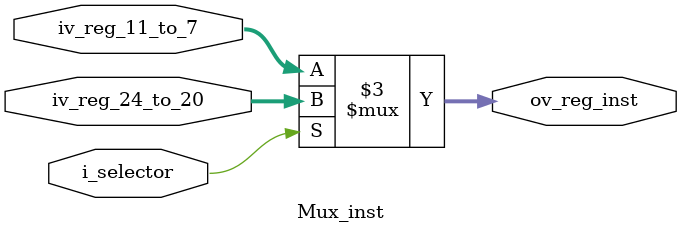
<source format=v>
module Mux_inst(
	input [4:0] iv_reg_24_to_20,
	input [4:0] iv_reg_11_to_7,
	input i_selector,
	output reg[4:0] ov_reg_inst
);

always@*
begin
	if(i_selector)
	begin
		ov_reg_inst <= iv_reg_24_to_20;
	end
	else
	begin
		ov_reg_inst <= iv_reg_11_to_7;
	end
end 

endmodule 
</source>
